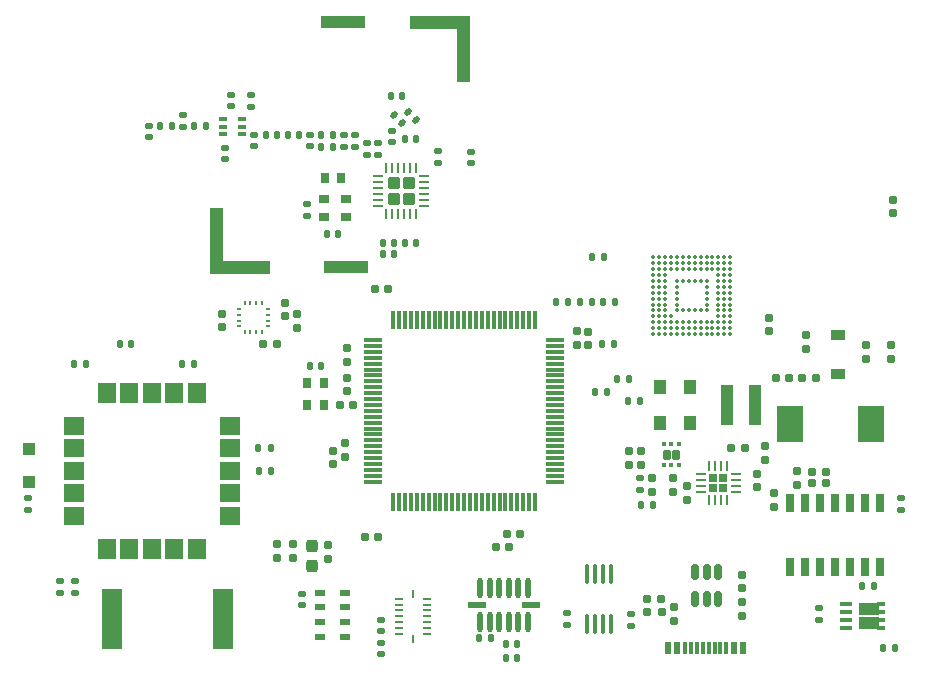
<source format=gbr>
%TF.GenerationSoftware,KiCad,Pcbnew,8.0.4*%
%TF.CreationDate,2025-04-02T01:15:25+07:00*%
%TF.ProjectId,FlightCom,466c6967-6874-4436-9f6d-2e6b69636164,rev?*%
%TF.SameCoordinates,Original*%
%TF.FileFunction,Paste,Top*%
%TF.FilePolarity,Positive*%
%FSLAX46Y46*%
G04 Gerber Fmt 4.6, Leading zero omitted, Abs format (unit mm)*
G04 Created by KiCad (PCBNEW 8.0.4) date 2025-04-02 01:15:25*
%MOMM*%
%LPD*%
G01*
G04 APERTURE LIST*
G04 Aperture macros list*
%AMRoundRect*
0 Rectangle with rounded corners*
0 $1 Rounding radius*
0 $2 $3 $4 $5 $6 $7 $8 $9 X,Y pos of 4 corners*
0 Add a 4 corners polygon primitive as box body*
4,1,4,$2,$3,$4,$5,$6,$7,$8,$9,$2,$3,0*
0 Add four circle primitives for the rounded corners*
1,1,$1+$1,$2,$3*
1,1,$1+$1,$4,$5*
1,1,$1+$1,$6,$7*
1,1,$1+$1,$8,$9*
0 Add four rect primitives between the rounded corners*
20,1,$1+$1,$2,$3,$4,$5,0*
20,1,$1+$1,$4,$5,$6,$7,0*
20,1,$1+$1,$6,$7,$8,$9,0*
20,1,$1+$1,$8,$9,$2,$3,0*%
G04 Aperture macros list end*
%ADD10C,0.010000*%
%ADD11RoundRect,0.160000X0.160000X-0.197500X0.160000X0.197500X-0.160000X0.197500X-0.160000X-0.197500X0*%
%ADD12RoundRect,0.140000X-0.140000X-0.170000X0.140000X-0.170000X0.140000X0.170000X-0.140000X0.170000X0*%
%ADD13RoundRect,0.155000X-0.155000X0.212500X-0.155000X-0.212500X0.155000X-0.212500X0.155000X0.212500X0*%
%ADD14RoundRect,0.140000X0.219203X0.021213X0.021213X0.219203X-0.219203X-0.021213X-0.021213X-0.219203X0*%
%ADD15RoundRect,0.140000X0.140000X0.170000X-0.140000X0.170000X-0.140000X-0.170000X0.140000X-0.170000X0*%
%ADD16RoundRect,0.135000X0.135000X0.185000X-0.135000X0.185000X-0.135000X-0.185000X0.135000X-0.185000X0*%
%ADD17RoundRect,0.075000X-0.725000X-0.075000X0.725000X-0.075000X0.725000X0.075000X-0.725000X0.075000X0*%
%ADD18RoundRect,0.075000X-0.075000X-0.725000X0.075000X-0.725000X0.075000X0.725000X-0.075000X0.725000X0*%
%ADD19RoundRect,0.155000X0.212500X0.155000X-0.212500X0.155000X-0.212500X-0.155000X0.212500X-0.155000X0*%
%ADD20R,0.990000X0.410000*%
%ADD21R,0.760000X0.410000*%
%ADD22R,1.725000X0.990000*%
%ADD23R,0.950000X0.550000*%
%ADD24RoundRect,0.155000X-0.212500X-0.155000X0.212500X-0.155000X0.212500X0.155000X-0.212500X0.155000X0*%
%ADD25RoundRect,0.135000X-0.135000X-0.185000X0.135000X-0.185000X0.135000X0.185000X-0.135000X0.185000X0*%
%ADD26R,2.300000X3.150000*%
%ADD27RoundRect,0.140000X-0.170000X0.140000X-0.170000X-0.140000X0.170000X-0.140000X0.170000X0.140000X0*%
%ADD28RoundRect,0.147500X0.172500X-0.147500X0.172500X0.147500X-0.172500X0.147500X-0.172500X-0.147500X0*%
%ADD29R,0.650000X1.525000*%
%ADD30R,0.980000X3.400000*%
%ADD31RoundRect,0.160000X-0.160000X0.197500X-0.160000X-0.197500X0.160000X-0.197500X0.160000X0.197500X0*%
%ADD32RoundRect,0.160000X-0.197500X-0.160000X0.197500X-0.160000X0.197500X0.160000X-0.197500X0.160000X0*%
%ADD33RoundRect,0.150000X0.150000X-0.512500X0.150000X0.512500X-0.150000X0.512500X-0.150000X-0.512500X0*%
%ADD34R,0.800000X0.250000*%
%ADD35R,0.250000X0.800000*%
%ADD36RoundRect,0.147500X0.147500X0.172500X-0.147500X0.172500X-0.147500X-0.172500X0.147500X-0.172500X0*%
%ADD37RoundRect,0.160000X0.197500X0.160000X-0.197500X0.160000X-0.197500X-0.160000X0.197500X-0.160000X0*%
%ADD38RoundRect,0.135000X-0.185000X0.135000X-0.185000X-0.135000X0.185000X-0.135000X0.185000X0.135000X0*%
%ADD39RoundRect,0.140000X0.170000X-0.140000X0.170000X0.140000X-0.170000X0.140000X-0.170000X-0.140000X0*%
%ADD40RoundRect,0.182500X-0.182500X0.182500X-0.182500X-0.182500X0.182500X-0.182500X0.182500X0.182500X0*%
%ADD41RoundRect,0.062500X-0.062500X0.350000X-0.062500X-0.350000X0.062500X-0.350000X0.062500X0.350000X0*%
%ADD42RoundRect,0.062500X-0.350000X0.062500X-0.350000X-0.062500X0.350000X-0.062500X0.350000X0.062500X0*%
%ADD43R,0.900000X0.800000*%
%ADD44R,0.780000X0.350000*%
%ADD45RoundRect,0.140000X-0.219203X-0.021213X-0.021213X-0.219203X0.219203X0.021213X0.021213X0.219203X0*%
%ADD46RoundRect,0.155000X0.155000X-0.212500X0.155000X0.212500X-0.155000X0.212500X-0.155000X-0.212500X0*%
%ADD47RoundRect,0.135000X0.185000X-0.135000X0.185000X0.135000X-0.185000X0.135000X-0.185000X-0.135000X0*%
%ADD48RoundRect,0.147500X-0.147500X-0.172500X0.147500X-0.172500X0.147500X0.172500X-0.147500X0.172500X0*%
%ADD49R,3.800000X1.000000*%
%ADD50RoundRect,0.172500X0.172500X-0.262500X0.172500X0.262500X-0.172500X0.262500X-0.172500X-0.262500X0*%
%ADD51RoundRect,0.093750X0.106250X-0.093750X0.106250X0.093750X-0.106250X0.093750X-0.106250X-0.093750X0*%
%ADD52RoundRect,0.250000X0.300000X-0.300000X0.300000X0.300000X-0.300000X0.300000X-0.300000X-0.300000X0*%
%ADD53R,0.450000X0.250000*%
%ADD54R,0.250000X0.450000*%
%ADD55RoundRect,0.147500X-0.172500X0.147500X-0.172500X-0.147500X0.172500X-0.147500X0.172500X0.147500X0*%
%ADD56R,1.120000X1.240000*%
%ADD57O,0.450000X1.770000*%
%ADD58R,1.550000X0.600000*%
%ADD59C,0.350000*%
%ADD60R,1.803400X1.498600*%
%ADD61R,1.498600X1.803400*%
%ADD62R,1.220000X0.910000*%
%ADD63RoundRect,0.237500X0.237500X-0.287500X0.237500X0.287500X-0.237500X0.287500X-0.237500X-0.287500X0*%
%ADD64R,1.780000X5.080000*%
%ADD65RoundRect,0.250000X-0.275000X-0.275000X0.275000X-0.275000X0.275000X0.275000X-0.275000X0.275000X0*%
%ADD66RoundRect,0.062500X-0.350000X-0.062500X0.350000X-0.062500X0.350000X0.062500X-0.350000X0.062500X0*%
%ADD67RoundRect,0.062500X-0.062500X-0.350000X0.062500X-0.350000X0.062500X0.350000X-0.062500X0.350000X0*%
%ADD68R,0.600000X1.100000*%
%ADD69R,0.300000X1.100000*%
%ADD70O,0.360000X1.660000*%
%ADD71R,0.800000X0.860000*%
%ADD72R,0.800000X0.900000*%
G04 APERTURE END LIST*
D10*
%TO.C,J9*%
X111550000Y-74900000D02*
X115530000Y-74900000D01*
X115530000Y-75900000D01*
X110550000Y-75900000D01*
X110550000Y-70350000D01*
X111550000Y-70350000D01*
X111550000Y-74900000D01*
G36*
X111550000Y-74900000D02*
G01*
X115530000Y-74900000D01*
X115530000Y-75900000D01*
X110550000Y-75900000D01*
X110550000Y-70350000D01*
X111550000Y-70350000D01*
X111550000Y-74900000D01*
G37*
X132450000Y-59650000D02*
X131450000Y-59650000D01*
X131450000Y-55100000D01*
X127470000Y-55100000D01*
X127470000Y-54100000D01*
X132450000Y-54100000D01*
X132450000Y-59650000D01*
G36*
X132450000Y-59650000D02*
G01*
X131450000Y-59650000D01*
X131450000Y-55100000D01*
X127470000Y-55100000D01*
X127470000Y-54100000D01*
X132450000Y-54100000D01*
X132450000Y-59650000D01*
G37*
%TD*%
D11*
%TO.C,R37*%
X160300000Y-93797500D03*
X160300000Y-92602500D03*
%TD*%
D12*
%TO.C,C32*%
X135620000Y-108490000D03*
X136580000Y-108490000D03*
%TD*%
D13*
%TO.C,C26*%
X147025000Y-90982500D03*
X147025000Y-92117500D03*
%TD*%
D14*
%TO.C,C54*%
X126839411Y-63139411D03*
X126160589Y-62460589D03*
%TD*%
D15*
%TO.C,C57*%
X118110000Y-64200000D03*
X117150000Y-64200000D03*
%TD*%
D12*
%TO.C,C60*%
X99075000Y-83575000D03*
X100035000Y-83575000D03*
%TD*%
D16*
%TO.C,R20*%
X115685000Y-90725000D03*
X114665000Y-90725000D03*
%TD*%
D17*
%TO.C,U5*%
X124400000Y-81550000D03*
X124400000Y-82050000D03*
X124400000Y-82550000D03*
X124400000Y-83050000D03*
X124400000Y-83550000D03*
X124400000Y-84050000D03*
X124400000Y-84550000D03*
X124400000Y-85050000D03*
X124400000Y-85550000D03*
X124400000Y-86050000D03*
X124400000Y-86550000D03*
X124400000Y-87050000D03*
X124400000Y-87550000D03*
X124400000Y-88050000D03*
X124400000Y-88550000D03*
X124400000Y-89050000D03*
X124400000Y-89550000D03*
X124400000Y-90050000D03*
X124400000Y-90550000D03*
X124400000Y-91050000D03*
X124400000Y-91550000D03*
X124400000Y-92050000D03*
X124400000Y-92550000D03*
X124400000Y-93050000D03*
X124400000Y-93550000D03*
D18*
X126075000Y-95225000D03*
X126575000Y-95225000D03*
X127075000Y-95225000D03*
X127575000Y-95225000D03*
X128075000Y-95225000D03*
X128575000Y-95225000D03*
X129075000Y-95225000D03*
X129575000Y-95225000D03*
X130075000Y-95225000D03*
X130575000Y-95225000D03*
X131075000Y-95225000D03*
X131575000Y-95225000D03*
X132075000Y-95225000D03*
X132575000Y-95225000D03*
X133075000Y-95225000D03*
X133575000Y-95225000D03*
X134075000Y-95225000D03*
X134575000Y-95225000D03*
X135075000Y-95225000D03*
X135575000Y-95225000D03*
X136075000Y-95225000D03*
X136575000Y-95225000D03*
X137075000Y-95225000D03*
X137575000Y-95225000D03*
X138075000Y-95225000D03*
D17*
X139750000Y-93550000D03*
X139750000Y-93050000D03*
X139750000Y-92550000D03*
X139750000Y-92050000D03*
X139750000Y-91550000D03*
X139750000Y-91050000D03*
X139750000Y-90550000D03*
X139750000Y-90050000D03*
X139750000Y-89550000D03*
X139750000Y-89050000D03*
X139750000Y-88550000D03*
X139750000Y-88050000D03*
X139750000Y-87550000D03*
X139750000Y-87050000D03*
X139750000Y-86550000D03*
X139750000Y-86050000D03*
X139750000Y-85550000D03*
X139750000Y-85050000D03*
X139750000Y-84550000D03*
X139750000Y-84050000D03*
X139750000Y-83550000D03*
X139750000Y-83050000D03*
X139750000Y-82550000D03*
X139750000Y-82050000D03*
X139750000Y-81550000D03*
D18*
X138075000Y-79875000D03*
X137575000Y-79875000D03*
X137075000Y-79875000D03*
X136575000Y-79875000D03*
X136075000Y-79875000D03*
X135575000Y-79875000D03*
X135075000Y-79875000D03*
X134575000Y-79875000D03*
X134075000Y-79875000D03*
X133575000Y-79875000D03*
X133075000Y-79875000D03*
X132575000Y-79875000D03*
X132075000Y-79875000D03*
X131575000Y-79875000D03*
X131075000Y-79875000D03*
X130575000Y-79875000D03*
X130075000Y-79875000D03*
X129575000Y-79875000D03*
X129075000Y-79875000D03*
X128575000Y-79875000D03*
X128075000Y-79875000D03*
X127575000Y-79875000D03*
X127075000Y-79875000D03*
X126575000Y-79875000D03*
X126075000Y-79875000D03*
%TD*%
D19*
%TO.C,C17*%
X125667500Y-77200000D03*
X124532500Y-77200000D03*
%TD*%
D20*
%TO.C,Q4*%
X164400000Y-103920000D03*
X164400000Y-104580000D03*
X164400000Y-105240000D03*
X164400000Y-105900000D03*
D21*
X167385000Y-105900000D03*
X167385000Y-105240000D03*
X167385000Y-104580000D03*
X167385000Y-103920000D03*
D22*
X166392500Y-104302500D03*
X166392500Y-105517500D03*
%TD*%
D19*
%TO.C,C12*%
X135917500Y-99050000D03*
X134782500Y-99050000D03*
%TD*%
D23*
%TO.C,U9*%
X119851250Y-102948750D03*
X119851250Y-104198750D03*
X119851250Y-105448750D03*
X119851250Y-106698750D03*
X122001250Y-106698750D03*
X122001250Y-105448750D03*
X122001250Y-104198750D03*
X122001250Y-102948750D03*
%TD*%
D12*
%TO.C,C46*%
X125220000Y-74250000D03*
X126180000Y-74250000D03*
%TD*%
D24*
%TO.C,C25*%
X160700000Y-84750000D03*
X161835000Y-84750000D03*
%TD*%
D25*
%TO.C,R3*%
X145050000Y-84850000D03*
X146070000Y-84850000D03*
%TD*%
D13*
%TO.C,C14*%
X116200000Y-98832500D03*
X116200000Y-99967500D03*
%TD*%
D26*
%TO.C,D1*%
X159650000Y-88700000D03*
X166550000Y-88700000D03*
%TD*%
D24*
%TO.C,C24*%
X158482500Y-84750000D03*
X159617500Y-84750000D03*
%TD*%
D27*
%TO.C,C40*%
X132650000Y-65620000D03*
X132650000Y-66580000D03*
%TD*%
D28*
%TO.C,L4*%
X125950000Y-64820000D03*
X125950000Y-63850000D03*
%TD*%
D29*
%TO.C,IC1*%
X159640000Y-100762000D03*
X160910000Y-100762000D03*
X162180000Y-100762000D03*
X163450000Y-100762000D03*
X164720000Y-100762000D03*
X165990000Y-100762000D03*
X167260000Y-100762000D03*
X167260000Y-95338000D03*
X165990000Y-95338000D03*
X164720000Y-95338000D03*
X163450000Y-95338000D03*
X162180000Y-95338000D03*
X160910000Y-95338000D03*
X159640000Y-95338000D03*
%TD*%
D30*
%TO.C,L1*%
X156695000Y-87050000D03*
X154325000Y-87050000D03*
%TD*%
D31*
%TO.C,R5*%
X149850000Y-104152500D03*
X149850000Y-105347500D03*
%TD*%
D16*
%TO.C,R45*%
X144210000Y-85950000D03*
X143190000Y-85950000D03*
%TD*%
D32*
%TO.C,R8*%
X147552500Y-103500000D03*
X148747500Y-103500000D03*
%TD*%
D33*
%TO.C,U4*%
X151650000Y-103450000D03*
X152600000Y-103450000D03*
X153550000Y-103450000D03*
X153550000Y-101175000D03*
X152600000Y-101175000D03*
X151650000Y-101175000D03*
%TD*%
D34*
%TO.C,U6*%
X126575000Y-106450000D03*
X126575000Y-105950000D03*
X126575000Y-105450000D03*
X126575000Y-104950000D03*
X126575000Y-104450000D03*
X126575000Y-103950000D03*
X126575000Y-103450000D03*
D35*
X127775000Y-103040000D03*
D34*
X128975000Y-103450000D03*
X128975000Y-103950000D03*
X128975000Y-104450000D03*
X128975000Y-104950000D03*
X128975000Y-105450000D03*
X128975000Y-105950000D03*
X128975000Y-106450000D03*
D35*
X127775000Y-106860000D03*
%TD*%
D27*
%TO.C,C49*%
X124800000Y-64900000D03*
X124800000Y-65860000D03*
%TD*%
D36*
%TO.C,L7*%
X120970000Y-64200000D03*
X120000000Y-64200000D03*
%TD*%
D37*
%TO.C,R4*%
X155892500Y-90682500D03*
X154697500Y-90682500D03*
%TD*%
D38*
%TO.C,R16*%
X169050000Y-94940000D03*
X169050000Y-95960000D03*
%TD*%
D31*
%TO.C,R36*%
X158300000Y-94502500D03*
X158300000Y-95697500D03*
%TD*%
D15*
%TO.C,C3*%
X119950000Y-83750000D03*
X118990000Y-83750000D03*
%TD*%
D13*
%TO.C,C18*%
X156900000Y-92882500D03*
X156900000Y-94017500D03*
%TD*%
D12*
%TO.C,C36*%
X102940000Y-81850000D03*
X103900000Y-81850000D03*
%TD*%
D39*
%TO.C,C39*%
X111850000Y-66250000D03*
X111850000Y-65290000D03*
%TD*%
D40*
%TO.C,U1*%
X154015000Y-93250000D03*
X153175000Y-93250000D03*
X154015000Y-94090000D03*
X153175000Y-94090000D03*
D41*
X154345000Y-92207500D03*
X153845000Y-92207500D03*
X153345000Y-92207500D03*
X152845000Y-92207500D03*
D42*
X152132500Y-92920000D03*
X152132500Y-93420000D03*
X152132500Y-93920000D03*
X152132500Y-94420000D03*
D41*
X152845000Y-95132500D03*
X153345000Y-95132500D03*
X153845000Y-95132500D03*
X154345000Y-95132500D03*
D42*
X155057500Y-94420000D03*
X155057500Y-93920000D03*
X155057500Y-93420000D03*
X155057500Y-92920000D03*
%TD*%
D32*
%TO.C,R12*%
X115055000Y-81900000D03*
X116250000Y-81900000D03*
%TD*%
D19*
%TO.C,C23*%
X122700000Y-87050000D03*
X121565000Y-87050000D03*
%TD*%
D32*
%TO.C,R38*%
X161505000Y-92700000D03*
X162700000Y-92700000D03*
%TD*%
D13*
%TO.C,C37*%
X111550000Y-79332500D03*
X111550000Y-80467500D03*
%TD*%
D43*
%TO.C,Y1*%
X120212500Y-71100000D03*
X122062500Y-71100000D03*
X122062500Y-69650000D03*
X120212500Y-69650000D03*
%TD*%
D44*
%TO.C,U2*%
X113300000Y-64150000D03*
X113300000Y-63500000D03*
X113300000Y-62850000D03*
X111620000Y-62850000D03*
X111620000Y-63500000D03*
X111620000Y-64150000D03*
%TD*%
D25*
%TO.C,R34*%
X145990000Y-86700000D03*
X147010000Y-86700000D03*
%TD*%
D45*
%TO.C,C51*%
X127321178Y-62221178D03*
X128000000Y-62900000D03*
%TD*%
D46*
%TO.C,C8*%
X168250000Y-83135000D03*
X168250000Y-82000000D03*
%TD*%
D47*
%TO.C,R10*%
X146170000Y-105760000D03*
X146170000Y-104740000D03*
%TD*%
D48*
%TO.C,L3*%
X125180000Y-73300000D03*
X126150000Y-73300000D03*
%TD*%
D49*
%TO.C,J9*%
X122050000Y-75400000D03*
X121850000Y-54600000D03*
%TD*%
D25*
%TO.C,R41*%
X139880000Y-78350000D03*
X140900000Y-78350000D03*
%TD*%
D12*
%TO.C,C43*%
X109240000Y-63450000D03*
X110200000Y-63450000D03*
%TD*%
D24*
%TO.C,C28*%
X135715000Y-98000000D03*
X136850000Y-98000000D03*
%TD*%
D31*
%TO.C,R2*%
X166100000Y-81955000D03*
X166100000Y-83150000D03*
%TD*%
D46*
%TO.C,C9*%
X141650000Y-81950000D03*
X141650000Y-80815000D03*
%TD*%
D50*
%TO.C,U3*%
X149225000Y-91250000D03*
X150025000Y-91250000D03*
D51*
X148975000Y-92137500D03*
X149625000Y-92137500D03*
X150275000Y-92137500D03*
X150275000Y-90362500D03*
X149625000Y-90362500D03*
X148975000Y-90362500D03*
%TD*%
D27*
%TO.C,C52*%
X121900000Y-64220000D03*
X121900000Y-65180000D03*
%TD*%
D52*
%TO.C,D8*%
X95200000Y-93550000D03*
X95200000Y-90750000D03*
%TD*%
D53*
%TO.C,U10*%
X115500000Y-80400000D03*
X115500000Y-79900000D03*
X115500000Y-79400000D03*
X115500000Y-78900000D03*
D54*
X114990000Y-78390000D03*
X114490000Y-78390000D03*
X113990000Y-78390000D03*
X113490000Y-78390000D03*
D53*
X112980000Y-78900000D03*
X112980000Y-79400000D03*
X112980000Y-79900000D03*
X112980000Y-80400000D03*
D54*
X113490000Y-80910000D03*
X113990000Y-80910000D03*
X114490000Y-80910000D03*
X114990000Y-80910000D03*
%TD*%
D12*
%TO.C,C38*%
X120462500Y-72600000D03*
X121422500Y-72600000D03*
%TD*%
D16*
%TO.C,R15*%
X166750000Y-102400000D03*
X165730000Y-102400000D03*
%TD*%
D38*
%TO.C,R14*%
X114050000Y-60800000D03*
X114050000Y-61820000D03*
%TD*%
D55*
%TO.C,D6*%
X97900000Y-101982500D03*
X97900000Y-102952500D03*
%TD*%
D56*
%TO.C,D3*%
X151225000Y-88550000D03*
X151225000Y-85550000D03*
%TD*%
D13*
%TO.C,C11*%
X117600000Y-98850000D03*
X117600000Y-99985000D03*
%TD*%
D12*
%TO.C,C30*%
X133370000Y-106800000D03*
X134330000Y-106800000D03*
%TD*%
D39*
%TO.C,C58*%
X114300000Y-65130000D03*
X114300000Y-64170000D03*
%TD*%
D36*
%TO.C,L6*%
X128000000Y-64550000D03*
X127030000Y-64550000D03*
%TD*%
D16*
%TO.C,R21*%
X115725000Y-92625000D03*
X114705000Y-92625000D03*
%TD*%
D57*
%TO.C,U7*%
X133450000Y-105400000D03*
X134250000Y-105400000D03*
X135050000Y-105400000D03*
X135850000Y-105400000D03*
X136650000Y-105400000D03*
X137450000Y-105400000D03*
D58*
X137750000Y-103990000D03*
D57*
X137450000Y-102580000D03*
X136650000Y-102580000D03*
X135850000Y-102580000D03*
X135050000Y-102580000D03*
X134250000Y-102580000D03*
X133450000Y-102580000D03*
D58*
X133150000Y-103990000D03*
%TD*%
D46*
%TO.C,C10*%
X142600000Y-81967500D03*
X142600000Y-80832500D03*
%TD*%
D59*
%TO.C,U12*%
X148100000Y-81050000D03*
X148100000Y-80550000D03*
X148100000Y-80050000D03*
X148100000Y-79550000D03*
X148100000Y-79050000D03*
X148100000Y-78550000D03*
X148100000Y-78050000D03*
X148100000Y-77550000D03*
X148100000Y-77050000D03*
X148100000Y-76550000D03*
X148100000Y-76050000D03*
X148100000Y-75550000D03*
X148100000Y-75050000D03*
X148100000Y-74550000D03*
X148600000Y-81050000D03*
X148600000Y-80550000D03*
X148600000Y-80050000D03*
X148600000Y-79550000D03*
X148600000Y-79050000D03*
X148600000Y-78550000D03*
X148600000Y-78050000D03*
X148600000Y-77550000D03*
X148600000Y-77050000D03*
X148600000Y-76550000D03*
X148600000Y-76050000D03*
X148600000Y-75550000D03*
X148600000Y-75050000D03*
X148600000Y-74550000D03*
X149100000Y-81050000D03*
X149100000Y-80550000D03*
X149100000Y-80050000D03*
X149100000Y-79550000D03*
X149100000Y-79050000D03*
X149100000Y-78550000D03*
X149100000Y-78050000D03*
X149100000Y-77550000D03*
X149100000Y-77050000D03*
X149100000Y-76550000D03*
X149100000Y-76050000D03*
X149100000Y-75550000D03*
X149100000Y-75050000D03*
X149100000Y-74550000D03*
X149600000Y-81050000D03*
X149600000Y-80550000D03*
X149600000Y-80050000D03*
X149600000Y-79550000D03*
X149600000Y-75550000D03*
X149600000Y-75050000D03*
X149600000Y-74550000D03*
X150100000Y-81050000D03*
X150100000Y-80550000D03*
X150100000Y-80050000D03*
X150100000Y-79050000D03*
X150100000Y-78550000D03*
X150100000Y-78050000D03*
X150100000Y-77550000D03*
X150100000Y-77050000D03*
X150100000Y-76550000D03*
X150100000Y-75550000D03*
X150100000Y-75050000D03*
X150100000Y-74550000D03*
X150600000Y-81050000D03*
X150600000Y-80550000D03*
X150600000Y-80050000D03*
X150600000Y-79050000D03*
X150600000Y-76550000D03*
X150600000Y-75550000D03*
X150600000Y-75050000D03*
X150600000Y-74550000D03*
X151100000Y-81050000D03*
X151100000Y-80550000D03*
X151100000Y-80050000D03*
X151100000Y-79050000D03*
X151100000Y-76550000D03*
X151100000Y-75550000D03*
X151100000Y-75050000D03*
X151100000Y-74550000D03*
X151600000Y-81050000D03*
X151600000Y-80550000D03*
X151600000Y-80050000D03*
X151600000Y-79050000D03*
X151600000Y-76550000D03*
X151600000Y-75550000D03*
X151600000Y-75050000D03*
X151600000Y-74550000D03*
X152100000Y-81050000D03*
X152100000Y-80550000D03*
X152100000Y-80050000D03*
X152100000Y-79050000D03*
X152100000Y-76550000D03*
X152100000Y-75550000D03*
X152100000Y-75050000D03*
X152100000Y-74550000D03*
X152600000Y-81050000D03*
X152600000Y-80550000D03*
X152600000Y-80050000D03*
X152600000Y-79050000D03*
X152600000Y-78550000D03*
X152600000Y-78050000D03*
X152600000Y-77550000D03*
X152600000Y-77050000D03*
X152600000Y-76550000D03*
X152600000Y-75550000D03*
X152600000Y-75050000D03*
X152600000Y-74550000D03*
X153100000Y-81050000D03*
X153100000Y-80550000D03*
X153100000Y-80050000D03*
X153100000Y-75550000D03*
X153100000Y-75050000D03*
X153100000Y-74550000D03*
X153600000Y-81050000D03*
X153600000Y-80550000D03*
X153600000Y-80050000D03*
X153600000Y-79550000D03*
X153600000Y-79050000D03*
X153600000Y-78550000D03*
X153600000Y-78050000D03*
X153600000Y-77550000D03*
X153600000Y-77050000D03*
X153600000Y-76550000D03*
X153600000Y-76050000D03*
X153600000Y-75550000D03*
X153600000Y-75050000D03*
X153600000Y-74550000D03*
X154100000Y-81050000D03*
X154100000Y-80550000D03*
X154100000Y-80050000D03*
X154100000Y-79550000D03*
X154100000Y-79050000D03*
X154100000Y-78550000D03*
X154100000Y-78050000D03*
X154100000Y-77550000D03*
X154100000Y-77050000D03*
X154100000Y-76550000D03*
X154100000Y-76050000D03*
X154100000Y-75550000D03*
X154100000Y-75050000D03*
X154100000Y-74550000D03*
X154600000Y-81050000D03*
X154600000Y-80550000D03*
X154600000Y-80050000D03*
X154600000Y-79550000D03*
X154600000Y-79050000D03*
X154600000Y-78550000D03*
X154600000Y-78050000D03*
X154600000Y-77550000D03*
X154600000Y-77050000D03*
X154600000Y-76550000D03*
X154600000Y-76050000D03*
X154600000Y-75550000D03*
X154600000Y-75050000D03*
X154600000Y-74550000D03*
%TD*%
D60*
%TO.C,U13*%
X99024999Y-88825002D03*
X99024999Y-90725003D03*
X99024999Y-92625002D03*
X99024999Y-94525001D03*
X99024999Y-96425002D03*
D61*
X101825001Y-99225004D03*
X103725002Y-99225004D03*
X105625001Y-99225004D03*
X107525000Y-99225004D03*
X109425001Y-99225004D03*
D60*
X112225003Y-96425002D03*
X112225003Y-94525001D03*
X112225003Y-92625002D03*
X112225003Y-90725003D03*
X112225003Y-88825002D03*
D61*
X109425001Y-86025000D03*
X107525000Y-86025000D03*
X105625001Y-86025000D03*
X103725002Y-86025000D03*
X101825001Y-86025000D03*
%TD*%
D62*
%TO.C,D2*%
X163700000Y-81150000D03*
X163700000Y-84420000D03*
%TD*%
D38*
%TO.C,R13*%
X118762500Y-70050000D03*
X118762500Y-71070000D03*
%TD*%
D25*
%TO.C,R42*%
X141880000Y-78350000D03*
X142900000Y-78350000D03*
%TD*%
D15*
%TO.C,C53*%
X120960000Y-65250000D03*
X120000000Y-65250000D03*
%TD*%
D63*
%TO.C,FB1*%
X119200000Y-100725000D03*
X119200000Y-98975000D03*
%TD*%
D27*
%TO.C,C41*%
X112300000Y-60820000D03*
X112300000Y-61780000D03*
%TD*%
D11*
%TO.C,R6*%
X155600000Y-104945000D03*
X155600000Y-103750000D03*
%TD*%
D25*
%TO.C,R43*%
X143830000Y-78350000D03*
X144850000Y-78350000D03*
%TD*%
D36*
%TO.C,L2*%
X107335000Y-63450000D03*
X106365000Y-63450000D03*
%TD*%
D46*
%TO.C,C6*%
X122000000Y-91435000D03*
X122000000Y-90300000D03*
%TD*%
D27*
%TO.C,C50*%
X123850000Y-64890000D03*
X123850000Y-65850000D03*
%TD*%
%TO.C,C42*%
X129862500Y-65570000D03*
X129862500Y-66530000D03*
%TD*%
D64*
%TO.C,BT1*%
X102250000Y-105200000D03*
X111650000Y-105200000D03*
%TD*%
D55*
%TO.C,L5*%
X122850000Y-64215000D03*
X122850000Y-65185000D03*
%TD*%
D46*
%TO.C,C21*%
X155600000Y-102567500D03*
X155600000Y-101432500D03*
%TD*%
D13*
%TO.C,C20*%
X150950000Y-93932500D03*
X150950000Y-95067500D03*
%TD*%
D65*
%TO.C,U11*%
X126100000Y-68300000D03*
X126100000Y-69600000D03*
X127400000Y-68300000D03*
X127400000Y-69600000D03*
D66*
X124812500Y-67700000D03*
X124812500Y-68200000D03*
X124812500Y-68700000D03*
X124812500Y-69200000D03*
X124812500Y-69700000D03*
X124812500Y-70200000D03*
D67*
X125500000Y-70887500D03*
X126000000Y-70887500D03*
X126500000Y-70887500D03*
X127000000Y-70887500D03*
X127500000Y-70887500D03*
X128000000Y-70887500D03*
D66*
X128687500Y-70200000D03*
X128687500Y-69700000D03*
X128687500Y-69200000D03*
X128687500Y-68700000D03*
X128687500Y-68200000D03*
X128687500Y-67700000D03*
D67*
X128000000Y-67012500D03*
X127500000Y-67012500D03*
X127000000Y-67012500D03*
X126500000Y-67012500D03*
X126000000Y-67012500D03*
X125500000Y-67012500D03*
%TD*%
D46*
%TO.C,C7*%
X122200000Y-85867500D03*
X122200000Y-84732500D03*
%TD*%
D19*
%TO.C,C15*%
X124817500Y-98250000D03*
X123682500Y-98250000D03*
%TD*%
D46*
%TO.C,C2*%
X120950000Y-92067500D03*
X120950000Y-90932500D03*
%TD*%
D37*
%TO.C,R7*%
X148797500Y-104600000D03*
X147602500Y-104600000D03*
%TD*%
D13*
%TO.C,C47*%
X168400000Y-69682500D03*
X168400000Y-70817500D03*
%TD*%
D27*
%TO.C,C31*%
X125025000Y-107190000D03*
X125025000Y-108150000D03*
%TD*%
D38*
%TO.C,R19*%
X95150000Y-94950000D03*
X95150000Y-95970000D03*
%TD*%
D25*
%TO.C,R40*%
X142930000Y-74550000D03*
X143950000Y-74550000D03*
%TD*%
D56*
%TO.C,D4*%
X148625000Y-88550000D03*
X148625000Y-85550000D03*
%TD*%
D68*
%TO.C,USB1*%
X149328250Y-107600000D03*
X150128250Y-107600000D03*
D69*
X151278250Y-107600000D03*
X152278250Y-107600000D03*
X152778250Y-107600000D03*
X153778250Y-107600000D03*
D68*
X154928250Y-107600000D03*
X155728250Y-107600000D03*
D69*
X154278250Y-107600000D03*
X153278250Y-107600000D03*
X151778250Y-107600000D03*
X150778250Y-107600000D03*
%TD*%
D39*
%TO.C,C35*%
X118351250Y-104028750D03*
X118351250Y-103068750D03*
%TD*%
D46*
%TO.C,C19*%
X120550000Y-100067500D03*
X120550000Y-98932500D03*
%TD*%
D13*
%TO.C,C22*%
X147975000Y-93265000D03*
X147975000Y-94400000D03*
%TD*%
D70*
%TO.C,U8*%
X144480000Y-101370000D03*
X143820000Y-101370000D03*
X143170000Y-101370000D03*
X142520000Y-101370000D03*
X142520000Y-105630000D03*
X143170000Y-105630000D03*
X143820000Y-105630000D03*
X144480000Y-105630000D03*
%TD*%
D46*
%TO.C,C5*%
X122200000Y-83385000D03*
X122200000Y-82250000D03*
%TD*%
D32*
%TO.C,R35*%
X161505000Y-93650000D03*
X162700000Y-93650000D03*
%TD*%
D13*
%TO.C,C34*%
X116950000Y-78415000D03*
X116950000Y-79550000D03*
%TD*%
D16*
%TO.C,R18*%
X168550000Y-107650000D03*
X167530000Y-107650000D03*
%TD*%
D15*
%TO.C,C56*%
X126830000Y-60850000D03*
X125870000Y-60850000D03*
%TD*%
D27*
%TO.C,C45*%
X108300000Y-62520000D03*
X108300000Y-63480000D03*
%TD*%
D13*
%TO.C,C4*%
X157900000Y-79682500D03*
X157900000Y-80817500D03*
%TD*%
D11*
%TO.C,R1*%
X161000000Y-82350000D03*
X161000000Y-81155000D03*
%TD*%
D47*
%TO.C,R11*%
X140820000Y-105720000D03*
X140820000Y-104700000D03*
%TD*%
D27*
%TO.C,C33*%
X125025000Y-105220000D03*
X125025000Y-106180000D03*
%TD*%
D31*
%TO.C,R9*%
X117950000Y-79352500D03*
X117950000Y-80547500D03*
%TD*%
D38*
%TO.C,R22*%
X147000000Y-93200000D03*
X147000000Y-94220000D03*
%TD*%
D15*
%TO.C,C44*%
X128030000Y-73300000D03*
X127070000Y-73300000D03*
%TD*%
D12*
%TO.C,C59*%
X108215001Y-83575002D03*
X109175001Y-83575002D03*
%TD*%
%TO.C,C29*%
X135620000Y-107290000D03*
X136580000Y-107290000D03*
%TD*%
D25*
%TO.C,R44*%
X143730000Y-81850000D03*
X144750000Y-81850000D03*
%TD*%
D38*
%TO.C,R17*%
X99100000Y-101940000D03*
X99100000Y-102960000D03*
%TD*%
D39*
%TO.C,C48*%
X105400000Y-64350000D03*
X105400000Y-63390000D03*
%TD*%
D47*
%TO.C,R39*%
X162150000Y-105260000D03*
X162150000Y-104240000D03*
%TD*%
D46*
%TO.C,C1*%
X146000000Y-92100000D03*
X146000000Y-90965000D03*
%TD*%
%TO.C,C16*%
X149800000Y-94385000D03*
X149800000Y-93250000D03*
%TD*%
%TO.C,C13*%
X157575000Y-91700000D03*
X157575000Y-90565000D03*
%TD*%
D71*
%TO.C,FB2*%
X120262500Y-67850000D03*
X121662500Y-67850000D03*
%TD*%
D36*
%TO.C,D9*%
X148035000Y-95550000D03*
X147065000Y-95550000D03*
%TD*%
D27*
%TO.C,C55*%
X119050000Y-64200000D03*
X119050000Y-65160000D03*
%TD*%
D72*
%TO.C,X2*%
X118750000Y-85200000D03*
X118750000Y-87050000D03*
X120200000Y-87050000D03*
X120200000Y-85200000D03*
%TD*%
D36*
%TO.C,L8*%
X116235000Y-64200000D03*
X115265000Y-64200000D03*
%TD*%
M02*

</source>
